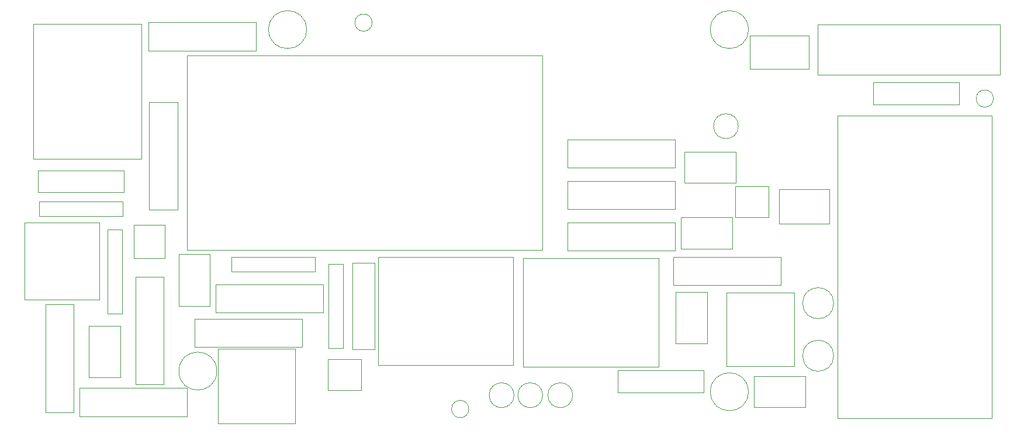
<source format=gbr>
%TF.GenerationSoftware,KiCad,Pcbnew,5.1.7-a382d34a8~87~ubuntu18.04.1*%
%TF.CreationDate,2020-10-22T00:58:17-03:00*%
%TF.ProjectId,Disp_Sec_V_1,44697370-5f53-4656-935f-565f312e6b69,1.1*%
%TF.SameCoordinates,Original*%
%TF.FileFunction,Other,User*%
%FSLAX46Y46*%
G04 Gerber Fmt 4.6, Leading zero omitted, Abs format (unit mm)*
G04 Created by KiCad (PCBNEW 5.1.7-a382d34a8~87~ubuntu18.04.1) date 2020-10-22 00:58:17*
%MOMM*%
%LPD*%
G01*
G04 APERTURE LIST*
%ADD10C,0.050000*%
G04 APERTURE END LIST*
D10*
%TO.C,TP4*%
X153800000Y-119000000D02*
G75*
G03*
X153800000Y-119000000I-1800000J0D01*
G01*
%TO.C,TP3*%
X157950000Y-119000000D02*
G75*
G03*
X157950000Y-119000000I-1800000J0D01*
G01*
%TO.C,TP2*%
X162300000Y-119000000D02*
G75*
G03*
X162300000Y-119000000I-1800000J0D01*
G01*
%TO.C,TP1*%
X186300000Y-80000000D02*
G75*
G03*
X186300000Y-80000000I-1800000J0D01*
G01*
%TO.C,FID3*%
X223250000Y-76000000D02*
G75*
G03*
X223250000Y-76000000I-1250000J0D01*
G01*
%TO.C,FID2*%
X133250000Y-65000000D02*
G75*
G03*
X133250000Y-65000000I-1250000J0D01*
G01*
%TO.C,FID1*%
X147250000Y-121000000D02*
G75*
G03*
X147250000Y-121000000I-1250000J0D01*
G01*
%TO.C,H4*%
X110750000Y-115500000D02*
G75*
G03*
X110750000Y-115500000I-2750000J0D01*
G01*
%TO.C,H3*%
X187750000Y-66000000D02*
G75*
G03*
X187750000Y-66000000I-2750000J0D01*
G01*
%TO.C,H2*%
X123750000Y-66000000D02*
G75*
G03*
X123750000Y-66000000I-2750000J0D01*
G01*
%TO.C,H1*%
X187750000Y-118500000D02*
G75*
G03*
X187750000Y-118500000I-2750000J0D01*
G01*
%TO.C,R7*%
X123150000Y-107950000D02*
X107550000Y-107950000D01*
X123150000Y-112050000D02*
X123150000Y-107950000D01*
X107550000Y-112050000D02*
X123150000Y-112050000D01*
X107550000Y-107950000D02*
X107550000Y-112050000D01*
%TO.C,J2*%
X93710000Y-105130000D02*
X93710000Y-93960000D01*
X82900000Y-105130000D02*
X93710000Y-105130000D01*
X82900000Y-93960000D02*
X82900000Y-105130000D01*
X93710000Y-93960000D02*
X82900000Y-93960000D01*
%TO.C,Q4*%
X92250000Y-108950000D02*
X92250000Y-116450000D01*
X92250000Y-116450000D02*
X96750000Y-116450000D01*
X96750000Y-116450000D02*
X96750000Y-108950000D01*
X96750000Y-108950000D02*
X92250000Y-108950000D01*
%TO.C,R6*%
X85950000Y-105850000D02*
X85950000Y-121450000D01*
X90050000Y-105850000D02*
X85950000Y-105850000D01*
X90050000Y-121450000D02*
X90050000Y-105850000D01*
X85950000Y-121450000D02*
X90050000Y-121450000D01*
%TO.C,D1*%
X181310000Y-115400000D02*
X168850000Y-115400000D01*
X181310000Y-118600000D02*
X181310000Y-115400000D01*
X168850000Y-118600000D02*
X181310000Y-118600000D01*
X168850000Y-115400000D02*
X168850000Y-118600000D01*
%TO.C,U1*%
X106445300Y-97928600D02*
X157931100Y-97924600D01*
X157931100Y-97924600D02*
X157931100Y-69721900D01*
X106445300Y-69734600D02*
X106445300Y-97928600D01*
X157931100Y-69721900D02*
X106445300Y-69734600D01*
%TO.C,Q6*%
X177950000Y-97750000D02*
X185450000Y-97750000D01*
X185450000Y-97750000D02*
X185450000Y-93250000D01*
X185450000Y-93250000D02*
X177950000Y-93250000D01*
X177950000Y-93250000D02*
X177950000Y-97750000D01*
%TO.C,D7*%
X97310000Y-86400000D02*
X84850000Y-86400000D01*
X97310000Y-89600000D02*
X97310000Y-86400000D01*
X84850000Y-89600000D02*
X97310000Y-89600000D01*
X84850000Y-86400000D02*
X84850000Y-89600000D01*
%TO.C,K3*%
X153680000Y-98960000D02*
X134080000Y-98960000D01*
X134080000Y-114660000D02*
X134080000Y-98960000D01*
X153680000Y-98960000D02*
X153680000Y-114660000D01*
X134080000Y-114660000D02*
X153680000Y-114660000D01*
%TO.C,D8*%
X133600000Y-112310000D02*
X133600000Y-99850000D01*
X130400000Y-112310000D02*
X133600000Y-112310000D01*
X130400000Y-99850000D02*
X130400000Y-112310000D01*
X133600000Y-99850000D02*
X130400000Y-99850000D01*
%TO.C,J3*%
X122130000Y-112290000D02*
X110960000Y-112290000D01*
X122130000Y-123100000D02*
X122130000Y-112290000D01*
X110960000Y-123100000D02*
X122130000Y-123100000D01*
X110960000Y-112290000D02*
X110960000Y-123100000D01*
%TO.C,Q5*%
X109750000Y-106050000D02*
X109750000Y-98550000D01*
X109750000Y-98550000D02*
X105250000Y-98550000D01*
X105250000Y-98550000D02*
X105250000Y-106050000D01*
X105250000Y-106050000D02*
X109750000Y-106050000D01*
%TO.C,K1*%
X155150000Y-114850000D02*
X174750000Y-114850000D01*
X174750000Y-99150000D02*
X174750000Y-114850000D01*
X155150000Y-114850000D02*
X155150000Y-99150000D01*
X174750000Y-99150000D02*
X155150000Y-99150000D01*
%TO.C,Q1*%
X181750000Y-111520000D02*
X181750000Y-104020000D01*
X181750000Y-104020000D02*
X177250000Y-104020000D01*
X177250000Y-104020000D02*
X177250000Y-111520000D01*
X177250000Y-111520000D02*
X181750000Y-111520000D01*
%TO.C,U4*%
X200640600Y-122360400D02*
X223030700Y-122360400D01*
X223030700Y-122360400D02*
X223018000Y-78494600D01*
X200666000Y-78494600D02*
X200640600Y-122360400D01*
X223018000Y-78494600D02*
X200666000Y-78494600D01*
%TO.C,F1*%
X224170000Y-72560000D02*
X197820000Y-72560000D01*
X224170000Y-72560000D02*
X224170000Y-65260000D01*
X197820000Y-65260000D02*
X197820000Y-72560000D01*
X197820000Y-65260000D02*
X224170000Y-65260000D01*
%TO.C,D6*%
X112840000Y-101050000D02*
X125000000Y-101050000D01*
X112840000Y-98950000D02*
X112840000Y-101050000D01*
X125000000Y-98950000D02*
X112840000Y-98950000D01*
X125000000Y-101050000D02*
X125000000Y-98950000D01*
%TO.C,U2*%
X194380000Y-104110000D02*
X184580000Y-104110000D01*
X194380000Y-114810000D02*
X194380000Y-104110000D01*
X184580000Y-114810000D02*
X194380000Y-114810000D01*
X184580000Y-104110000D02*
X184580000Y-114810000D01*
%TO.C,RV1*%
X199480000Y-89120000D02*
X192230000Y-89120000D01*
X199480000Y-94170000D02*
X199480000Y-89120000D01*
X192230000Y-94170000D02*
X199480000Y-94170000D01*
X192230000Y-89120000D02*
X192230000Y-94170000D01*
%TO.C,R11*%
X98950000Y-101850000D02*
X98950000Y-117450000D01*
X103050000Y-101850000D02*
X98950000Y-101850000D01*
X103050000Y-117450000D02*
X103050000Y-101850000D01*
X98950000Y-117450000D02*
X103050000Y-117450000D01*
%TO.C,R10*%
X90850000Y-122050000D02*
X106450000Y-122050000D01*
X90850000Y-117950000D02*
X90850000Y-122050000D01*
X106450000Y-117950000D02*
X90850000Y-117950000D01*
X106450000Y-122050000D02*
X106450000Y-117950000D01*
%TO.C,R9*%
X177150000Y-93950000D02*
X161550000Y-93950000D01*
X177150000Y-98050000D02*
X177150000Y-93950000D01*
X161550000Y-98050000D02*
X177150000Y-98050000D01*
X161550000Y-93950000D02*
X161550000Y-98050000D01*
%TO.C,R8*%
X177150000Y-87950000D02*
X161550000Y-87950000D01*
X177150000Y-92050000D02*
X177150000Y-87950000D01*
X161550000Y-92050000D02*
X177150000Y-92050000D01*
X161550000Y-87950000D02*
X161550000Y-92050000D01*
%TO.C,R5*%
X177150000Y-81950000D02*
X161550000Y-81950000D01*
X177150000Y-86050000D02*
X177150000Y-81950000D01*
X161550000Y-86050000D02*
X177150000Y-86050000D01*
X161550000Y-81950000D02*
X161550000Y-86050000D01*
%TO.C,R4*%
X105050000Y-92150000D02*
X105050000Y-76550000D01*
X100950000Y-92150000D02*
X105050000Y-92150000D01*
X100950000Y-76550000D02*
X100950000Y-92150000D01*
X105050000Y-76550000D02*
X100950000Y-76550000D01*
%TO.C,R3*%
X100850000Y-69050000D02*
X116450000Y-69050000D01*
X100850000Y-64950000D02*
X100850000Y-69050000D01*
X116450000Y-64950000D02*
X100850000Y-64950000D01*
X116450000Y-69050000D02*
X116450000Y-64950000D01*
%TO.C,R2*%
X126150000Y-102950000D02*
X110550000Y-102950000D01*
X126150000Y-107050000D02*
X126150000Y-102950000D01*
X110550000Y-107050000D02*
X126150000Y-107050000D01*
X110550000Y-102950000D02*
X110550000Y-107050000D01*
%TO.C,R1*%
X176850000Y-103050000D02*
X192450000Y-103050000D01*
X176850000Y-98950000D02*
X176850000Y-103050000D01*
X192450000Y-98950000D02*
X176850000Y-98950000D01*
X192450000Y-103050000D02*
X192450000Y-98950000D01*
%TO.C,Q3*%
X178450000Y-88250000D02*
X185950000Y-88250000D01*
X185950000Y-88250000D02*
X185950000Y-83750000D01*
X185950000Y-83750000D02*
X178450000Y-83750000D01*
X178450000Y-83750000D02*
X178450000Y-88250000D01*
%TO.C,Q2*%
X196050000Y-116250000D02*
X188550000Y-116250000D01*
X188550000Y-116250000D02*
X188550000Y-120750000D01*
X188550000Y-120750000D02*
X196050000Y-120750000D01*
X196050000Y-120750000D02*
X196050000Y-116250000D01*
%TO.C,K2*%
X84150000Y-65150000D02*
X84150000Y-84750000D01*
X99850000Y-84750000D02*
X84150000Y-84750000D01*
X84150000Y-65150000D02*
X99850000Y-65150000D01*
X99850000Y-84750000D02*
X99850000Y-65150000D01*
%TO.C,J1*%
X196500000Y-66900000D02*
X188000000Y-66900000D01*
X196500000Y-71700000D02*
X196500000Y-66900000D01*
X188000000Y-71700000D02*
X196500000Y-71700000D01*
X188000000Y-66900000D02*
X188000000Y-71700000D01*
%TO.C,D11*%
X131700000Y-113750000D02*
X126850000Y-113750000D01*
X131700000Y-118250000D02*
X131700000Y-113750000D01*
X126850000Y-118250000D02*
X131700000Y-118250000D01*
X126850000Y-113750000D02*
X126850000Y-118250000D01*
%TO.C,D10*%
X98750000Y-94300000D02*
X98750000Y-99150000D01*
X103250000Y-94300000D02*
X98750000Y-94300000D01*
X103250000Y-99150000D02*
X103250000Y-94300000D01*
X98750000Y-99150000D02*
X103250000Y-99150000D01*
%TO.C,D9*%
X185840000Y-93250000D02*
X190690000Y-93250000D01*
X185840000Y-88750000D02*
X185840000Y-93250000D01*
X190690000Y-88750000D02*
X185840000Y-88750000D01*
X190690000Y-93250000D02*
X190690000Y-88750000D01*
%TO.C,D5*%
X129050000Y-112160000D02*
X129050000Y-100000000D01*
X126950000Y-112160000D02*
X129050000Y-112160000D01*
X126950000Y-100000000D02*
X126950000Y-112160000D01*
X129050000Y-100000000D02*
X126950000Y-100000000D01*
%TO.C,D4*%
X97050000Y-107160000D02*
X97050000Y-95000000D01*
X94950000Y-107160000D02*
X97050000Y-107160000D01*
X94950000Y-95000000D02*
X94950000Y-107160000D01*
X97050000Y-95000000D02*
X94950000Y-95000000D01*
%TO.C,D3*%
X97160000Y-90950000D02*
X85000000Y-90950000D01*
X97160000Y-93050000D02*
X97160000Y-90950000D01*
X85000000Y-93050000D02*
X97160000Y-93050000D01*
X85000000Y-90950000D02*
X85000000Y-93050000D01*
%TO.C,D2*%
X205850000Y-76860000D02*
X218310000Y-76860000D01*
X205850000Y-73660000D02*
X205850000Y-76860000D01*
X218310000Y-73660000D02*
X205850000Y-73660000D01*
X218310000Y-76860000D02*
X218310000Y-73660000D01*
%TO.C,C2*%
X200110000Y-105660000D02*
G75*
G03*
X200110000Y-105660000I-2250000J0D01*
G01*
%TO.C,C1*%
X200110000Y-113280000D02*
G75*
G03*
X200110000Y-113280000I-2250000J0D01*
G01*
%TD*%
M02*

</source>
